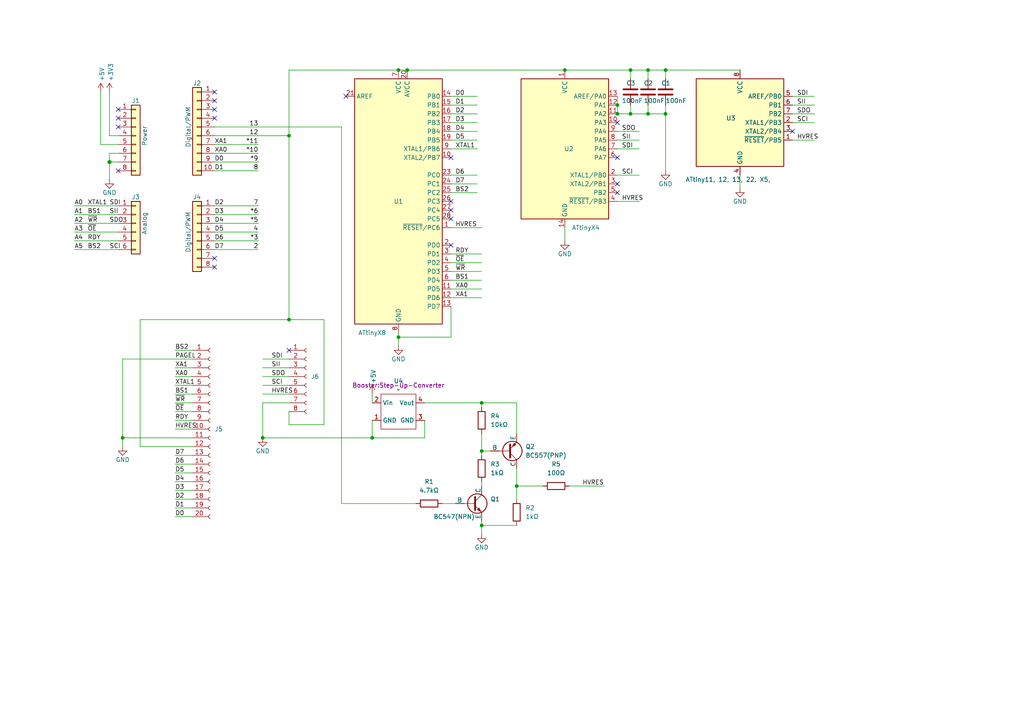
<source format=kicad_sch>
(kicad_sch (version 20231120) (generator "eeschema") (generator_version "8.0")
  (paper "A4")
  (title_block (title "RescueAVR") (date "2024-09-06") (rev "1.1") (company "Arduino Craft Corner"))
  (lib_symbols
    (symbol "Connector:Conn_01x08_Socket" (pin_names (offset 1.016) hide)
      (property "Reference" "J" (at 0 10.16 0))
      (property "Value" "Conn_01x08_Socket" (at 0 -12.7 0))
      (symbol "Conn_01x08_Socket_1_1"
        (arc (start 0 -9.652) (mid -0.5058 -10.16) (end 0 -10.668) (stroke (width 0.1524)))
        (arc (start 0 -7.112) (mid -0.5058 -7.62) (end 0 -8.128) (stroke (width 0.1524)))
        (arc (start 0 -4.572) (mid -0.5058 -5.08) (end 0 -5.588) (stroke (width 0.1524)))
        (arc (start 0 -2.032) (mid -0.5058 -2.54) (end 0 -3.048) (stroke (width 0.1524)))
        (polyline (pts (xy -1.27 -10.16) (xy -0.508 -10.16)) (stroke (width 0.1524)))
        (polyline (pts (xy -1.27 -7.62) (xy -0.508 -7.62)) (stroke (width 0.1524)))
        (polyline (pts (xy -1.27 -5.08) (xy -0.508 -5.08)) (stroke (width 0.1524)))
        (polyline (pts (xy -1.27 -2.54) (xy -0.508 -2.54)) (stroke (width 0.1524)))
        (polyline (pts (xy -1.27 0) (xy -0.508 0)) (stroke (width 0.1524)))
        (polyline (pts (xy -1.27 2.54) (xy -0.508 2.54)) (stroke (width 0.1524)))
        (polyline (pts (xy -1.27 5.08) (xy -0.508 5.08)) (stroke (width 0.1524)))
        (polyline (pts (xy -1.27 7.62) (xy -0.508 7.62)) (stroke (width 0.1524)))
        (arc (start 0 0.508) (mid -0.5058 0) (end 0 -0.508) (stroke (width 0.1524)))
        (arc (start 0 3.048) (mid -0.5058 2.54) (end 0 2.032) (stroke (width 0.1524)))
        (arc (start 0 5.588) (mid -0.5058 5.08) (end 0 4.572) (stroke (width 0.1524)))
        (arc (start 0 8.128) (mid -0.5058 7.62) (end 0 7.112) (stroke (width 0.1524)))
        (pin passive line (at -5.08 7.62 0) (length 3.81) (name "Pin_1") (number "1"))
        (pin passive line (at -5.08 5.08 0) (length 3.81) (name "Pin_2") (number "2"))
        (pin passive line (at -5.08 2.54 0) (length 3.81) (name "Pin_3") (number "3"))
        (pin passive line (at -5.08 0 0) (length 3.81) (name "Pin_4") (number "4"))
        (pin passive line (at -5.08 -2.54 0) (length 3.81) (name "Pin_5") (number "5"))
        (pin passive line (at -5.08 -5.08 0) (length 3.81) (name "Pin_6") (number "6"))
        (pin passive line (at -5.08 -7.62 0) (length 3.81) (name "Pin_7") (number "7"))
        (pin passive line (at -5.08 -10.16 0) (length 3.81) (name "Pin_8") (number "8"))
      )
    )
    (symbol "Connector:Conn_01x20_Socket" (pin_names (offset 1.016) hide)
      (property "Reference" "J" (at 0 25.4 0))
      (property "Value" "Conn_01x20_Socket" (at 0 -27.94 0))
      (symbol "Conn_01x20_Socket_1_1"
        (arc (start 0 -24.892) (mid -0.5058 -25.4) (end 0 -25.908) (stroke (width 0.1524)))
        (arc (start 0 -22.352) (mid -0.5058 -22.86) (end 0 -23.368) (stroke (width 0.1524)))
        (arc (start 0 -19.812) (mid -0.5058 -20.32) (end 0 -20.828) (stroke (width 0.1524)))
        (arc (start 0 -17.272) (mid -0.5058 -17.78) (end 0 -18.288) (stroke (width 0.1524)))
        (arc (start 0 -14.732) (mid -0.5058 -15.24) (end 0 -15.748) (stroke (width 0.1524)))
        (arc (start 0 -12.192) (mid -0.5058 -12.7) (end 0 -13.208) (stroke (width 0.1524)))
        (arc (start 0 -9.652) (mid -0.5058 -10.16) (end 0 -10.668) (stroke (width 0.1524)))
        (arc (start 0 -7.112) (mid -0.5058 -7.62) (end 0 -8.128) (stroke (width 0.1524)))
        (arc (start 0 -4.572) (mid -0.5058 -5.08) (end 0 -5.588) (stroke (width 0.1524)))
        (arc (start 0 -2.032) (mid -0.5058 -2.54) (end 0 -3.048) (stroke (width 0.1524)))
        (polyline (pts (xy -1.27 -25.4) (xy -0.508 -25.4)) (stroke (width 0.1524)))
        (polyline (pts (xy -1.27 -22.86) (xy -0.508 -22.86)) (stroke (width 0.1524)))
        (polyline (pts (xy -1.27 -20.32) (xy -0.508 -20.32)) (stroke (width 0.1524)))
        (polyline (pts (xy -1.27 -17.78) (xy -0.508 -17.78)) (stroke (width 0.1524)))
        (polyline (pts (xy -1.27 -15.24) (xy -0.508 -15.24)) (stroke (width 0.1524)))
        (polyline (pts (xy -1.27 -12.7) (xy -0.508 -12.7)) (stroke (width 0.1524)))
        (polyline (pts (xy -1.27 -10.16) (xy -0.508 -10.16)) (stroke (width 0.1524)))
        (polyline (pts (xy -1.27 -7.62) (xy -0.508 -7.62)) (stroke (width 0.1524)))
        (polyline (pts (xy -1.27 -5.08) (xy -0.508 -5.08)) (stroke (width 0.1524)))
        (polyline (pts (xy -1.27 -2.54) (xy -0.508 -2.54)) (stroke (width 0.1524)))
        (polyline (pts (xy -1.27 0) (xy -0.508 0)) (stroke (width 0.1524)))
        (polyline (pts (xy -1.27 2.54) (xy -0.508 2.54)) (stroke (width 0.1524)))
        (polyline (pts (xy -1.27 5.08) (xy -0.508 5.08)) (stroke (width 0.1524)))
        (polyline (pts (xy -1.27 7.62) (xy -0.508 7.62)) (stroke (width 0.1524)))
        (polyline (pts (xy -1.27 10.16) (xy -0.508 10.16)) (stroke (width 0.1524)))
        (polyline (pts (xy -1.27 12.7) (xy -0.508 12.7)) (stroke (width 0.1524)))
        (polyline (pts (xy -1.27 15.24) (xy -0.508 15.24)) (stroke (width 0.1524)))
        (polyline (pts (xy -1.27 17.78) (xy -0.508 17.78)) (stroke (width 0.1524)))
        (polyline (pts (xy -1.27 20.32) (xy -0.508 20.32)) (stroke (width 0.1524)))
        (polyline (pts (xy -1.27 22.86) (xy -0.508 22.86)) (stroke (width 0.1524)))
        (arc (start 0 0.508) (mid -0.5058 0) (end 0 -0.508) (stroke (width 0.1524)))
        (arc (start 0 3.048) (mid -0.5058 2.54) (end 0 2.032) (stroke (width 0.1524)))
        (arc (start 0 5.588) (mid -0.5058 5.08) (end 0 4.572) (stroke (width 0.1524)))
        (arc (start 0 8.128) (mid -0.5058 7.62) (end 0 7.112) (stroke (width 0.1524)))
        (arc (start 0 10.668) (mid -0.5058 10.16) (end 0 9.652) (stroke (width 0.1524)))
        (arc (start 0 13.208) (mid -0.5058 12.7) (end 0 12.192) (stroke (width 0.1524)))
        (arc (start 0 15.748) (mid -0.5058 15.24) (end 0 14.732) (stroke (width 0.1524)))
        (arc (start 0 18.288) (mid -0.5058 17.78) (end 0 17.272) (stroke (width 0.1524)))
        (arc (start 0 20.828) (mid -0.5058 20.32) (end 0 19.812) (stroke (width 0.1524)))
        (arc (start 0 23.368) (mid -0.5058 22.86) (end 0 22.352) (stroke (width 0.1524)))
        (pin passive line (at -5.08 22.86 0) (length 3.81) (name "Pin_1") (number "1"))
        (pin passive line (at -5.08 0 0) (length 3.81) (name "Pin_10") (number "10"))
        (pin passive line (at -5.08 -2.54 0) (length 3.81) (name "Pin_11") (number "11"))
        (pin passive line (at -5.08 -5.08 0) (length 3.81) (name "Pin_12") (number "12"))
        (pin passive line (at -5.08 -7.62 0) (length 3.81) (name "Pin_13") (number "13"))
        (pin passive line (at -5.08 -10.16 0) (length 3.81) (name "Pin_14") (number "14"))
        (pin passive line (at -5.08 -12.7 0) (length 3.81) (name "Pin_15") (number "15"))
        (pin passive line (at -5.08 -15.24 0) (length 3.81) (name "Pin_16") (number "16"))
        (pin passive line (at -5.08 -17.78 0) (length 3.81) (name "Pin_17") (number "17"))
        (pin passive line (at -5.08 -20.32 0) (length 3.81) (name "Pin_18") (number "18"))
        (pin passive line (at -5.08 -22.86 0) (length 3.81) (name "Pin_19") (number "19"))
        (pin passive line (at -5.08 20.32 0) (length 3.81) (name "Pin_2") (number "2"))
        (pin passive line (at -5.08 -25.4 0) (length 3.81) (name "Pin_20") (number "20"))
        (pin passive line (at -5.08 17.78 0) (length 3.81) (name "Pin_3") (number "3"))
        (pin passive line (at -5.08 15.24 0) (length 3.81) (name "Pin_4") (number "4"))
        (pin passive line (at -5.08 12.7 0) (length 3.81) (name "Pin_5") (number "5"))
        (pin passive line (at -5.08 10.16 0) (length 3.81) (name "Pin_6") (number "6"))
        (pin passive line (at -5.08 7.62 0) (length 3.81) (name "Pin_7") (number "7"))
        (pin passive line (at -5.08 5.08 0) (length 3.81) (name "Pin_8") (number "8"))
        (pin passive line (at -5.08 2.54 0) (length 3.81) (name "Pin_9") (number "9"))
      )
    )
    (symbol "Connector_Generic:Conn_01x06" (pin_names (offset 1.016) hide)
      (property "Reference" "J" (at 0 7.62 0))
      (property "Value" "Conn_01x06" (at 0 -10.16 0))
      (symbol "Conn_01x06_1_1"
        (rectangle (start -1.27 -7.493) (end 0 -7.747) (stroke (width 0.1524)))
        (rectangle (start -1.27 -4.953) (end 0 -5.207) (stroke (width 0.1524)))
        (rectangle (start -1.27 -2.413) (end 0 -2.667) (stroke (width 0.1524)))
        (rectangle (start -1.27 0.127) (end 0 -0.127) (stroke (width 0.1524)))
        (rectangle (start -1.27 2.667) (end 0 2.413) (stroke (width 0.1524)))
        (rectangle (start -1.27 5.207) (end 0 4.953) (stroke (width 0.1524)))
        (rectangle (start -1.27 6.35) (end 1.27 -8.89) (stroke (width 0.254)) (fill (type background)))
        (pin passive line (at -5.08 5.08 0) (length 3.81) (name "Pin_1") (number "1"))
        (pin passive line (at -5.08 2.54 0) (length 3.81) (name "Pin_2") (number "2"))
        (pin passive line (at -5.08 0 0) (length 3.81) (name "Pin_3") (number "3"))
        (pin passive line (at -5.08 -2.54 0) (length 3.81) (name "Pin_4") (number "4"))
        (pin passive line (at -5.08 -5.08 0) (length 3.81) (name "Pin_5") (number "5"))
        (pin passive line (at -5.08 -7.62 0) (length 3.81) (name "Pin_6") (number "6"))
      )
    )
    (symbol "Connector_Generic:Conn_01x08" (pin_names (offset 1.016) hide)
      (property "Reference" "J" (at 0 10.16 0))
      (property "Value" "Conn_01x08" (at 0 -12.7 0))
      (symbol "Conn_01x08_1_1"
        (rectangle (start -1.27 -10.033) (end 0 -10.287) (stroke (width 0.1524)))
        (rectangle (start -1.27 -7.493) (end 0 -7.747) (stroke (width 0.1524)))
        (rectangle (start -1.27 -4.953) (end 0 -5.207) (stroke (width 0.1524)))
        (rectangle (start -1.27 -2.413) (end 0 -2.667) (stroke (width 0.1524)))
        (rectangle (start -1.27 0.127) (end 0 -0.127) (stroke (width 0.1524)))
        (rectangle (start -1.27 2.667) (end 0 2.413) (stroke (width 0.1524)))
        (rectangle (start -1.27 5.207) (end 0 4.953) (stroke (width 0.1524)))
        (rectangle (start -1.27 7.747) (end 0 7.493) (stroke (width 0.1524)))
        (rectangle (start -1.27 8.89) (end 1.27 -11.43) (stroke (width 0.254)) (fill (type background)))
        (pin passive line (at -5.08 7.62 0) (length 3.81) (name "Pin_1") (number "1"))
        (pin passive line (at -5.08 5.08 0) (length 3.81) (name "Pin_2") (number "2"))
        (pin passive line (at -5.08 2.54 0) (length 3.81) (name "Pin_3") (number "3"))
        (pin passive line (at -5.08 0 0) (length 3.81) (name "Pin_4") (number "4"))
        (pin passive line (at -5.08 -2.54 0) (length 3.81) (name "Pin_5") (number "5"))
        (pin passive line (at -5.08 -5.08 0) (length 3.81) (name "Pin_6") (number "6"))
        (pin passive line (at -5.08 -7.62 0) (length 3.81) (name "Pin_7") (number "7"))
        (pin passive line (at -5.08 -10.16 0) (length 3.81) (name "Pin_8") (number "8"))
      )
    )
    (symbol "Connector_Generic:Conn_01x10" (pin_names (offset 1.016) hide)
      (property "Reference" "J" (at 0 12.7 0))
      (property "Value" "Conn_01x10" (at 0 -15.24 0))
      (symbol "Conn_01x10_1_1"
        (rectangle (start -1.27 -12.573) (end 0 -12.827) (stroke (width 0.1524)))
        (rectangle (start -1.27 -10.033) (end 0 -10.287) (stroke (width 0.1524)))
        (rectangle (start -1.27 -7.493) (end 0 -7.747) (stroke (width 0.1524)))
        (rectangle (start -1.27 -4.953) (end 0 -5.207) (stroke (width 0.1524)))
        (rectangle (start -1.27 -2.413) (end 0 -2.667) (stroke (width 0.1524)))
        (rectangle (start -1.27 0.127) (end 0 -0.127) (stroke (width 0.1524)))
        (rectangle (start -1.27 2.667) (end 0 2.413) (stroke (width 0.1524)))
        (rectangle (start -1.27 5.207) (end 0 4.953) (stroke (width 0.1524)))
        (rectangle (start -1.27 7.747) (end 0 7.493) (stroke (width 0.1524)))
        (rectangle (start -1.27 10.287) (end 0 10.033) (stroke (width 0.1524)))
        (rectangle (start -1.27 11.43) (end 1.27 -13.97) (stroke (width 0.254)) (fill (type background)))
        (pin passive line (at -5.08 10.16 0) (length 3.81) (name "Pin_1") (number "1"))
        (pin passive line (at -5.08 -12.7 0) (length 3.81) (name "Pin_10") (number "10"))
        (pin passive line (at -5.08 7.62 0) (length 3.81) (name "Pin_2") (number "2"))
        (pin passive line (at -5.08 5.08 0) (length 3.81) (name "Pin_3") (number "3"))
        (pin passive line (at -5.08 2.54 0) (length 3.81) (name "Pin_4") (number "4"))
        (pin passive line (at -5.08 0 0) (length 3.81) (name "Pin_5") (number "5"))
        (pin passive line (at -5.08 -2.54 0) (length 3.81) (name "Pin_6") (number "6"))
        (pin passive line (at -5.08 -5.08 0) (length 3.81) (name "Pin_7") (number "7"))
        (pin passive line (at -5.08 -7.62 0) (length 3.81) (name "Pin_8") (number "8"))
        (pin passive line (at -5.08 -10.16 0) (length 3.81) (name "Pin_9") (number "9"))
      )
    )
    (symbol "Device:C" (pin_numbers hide) (pin_names (offset 0.254))
      (property "Reference" "C" (at 0.635 2.54 0))
      (property "Value" "C" (at 0.635 -2.54 0))
      (symbol "C_0_1"
        (polyline (pts (xy -2.032 -0.762) (xy 2.032 -0.762)) (stroke (width 0.508)))
        (polyline (pts (xy -2.032 0.762) (xy 2.032 0.762)) (stroke (width 0.508)))
      )
      (symbol "C_1_1"
        (pin passive line (at 0 3.81 270) (length 2.794) (name "~") (number "1"))
        (pin passive line (at 0 -3.81 90) (length 2.794) (name "~") (number "2"))
      )
    )
    (symbol "Device:R" (pin_numbers hide) (pin_names (offset 0))
      (property "Reference" "R" (at 2.032 0 90))
      (property "Value" "R" (at 0 0 90))
      (symbol "R_0_1"
        (rectangle (start -1.016 -2.54) (end 1.016 2.54) (stroke (width 0.254)))
      )
      (symbol "R_1_1"
        (pin passive line (at 0 3.81 270) (length 1.27) (name "~") (number "1"))
        (pin passive line (at 0 -3.81 90) (length 1.27) (name "~") (number "2"))
      )
    )
    (symbol "MCU_Microchip_ATmega:ATmega328-P"
      (property "Reference" "U" (at -12.7 36.83 0))
      (property "Value" "ATmega328-P" (at 2.54 -36.83 0))
      (symbol "ATmega328-P_0_1"
        (rectangle (start -12.7 -35.56) (end 12.7 35.56) (stroke (width 0.254)) (fill (type background)))
      )
      (symbol "ATmega328-P_1_1"
        (pin bidirectional line (at 15.24 -7.62 180) (length 2.54) (name "~{RESET}/PC6") (number "1"))
        (pin bidirectional line (at 15.24 12.7 180) (length 2.54) (name "XTAL2/PB7") (number "10"))
        (pin bidirectional line (at 15.24 -25.4 180) (length 2.54) (name "PD5") (number "11"))
        (pin bidirectional line (at 15.24 -27.94 180) (length 2.54) (name "PD6") (number "12"))
        (pin bidirectional line (at 15.24 -30.48 180) (length 2.54) (name "PD7") (number "13"))
        (pin bidirectional line (at 15.24 30.48 180) (length 2.54) (name "PB0") (number "14"))
        (pin bidirectional line (at 15.24 27.94 180) (length 2.54) (name "PB1") (number "15"))
        (pin bidirectional line (at 15.24 25.4 180) (length 2.54) (name "PB2") (number "16"))
        (pin bidirectional line (at 15.24 22.86 180) (length 2.54) (name "PB3") (number "17"))
        (pin bidirectional line (at 15.24 20.32 180) (length 2.54) (name "PB4") (number "18"))
        (pin bidirectional line (at 15.24 17.78 180) (length 2.54) (name "PB5") (number "19"))
        (pin bidirectional line (at 15.24 -12.7 180) (length 2.54) (name "PD0") (number "2"))
        (pin power_in line (at 2.54 38.1 270) (length 2.54) (name "AVCC") (number "20"))
        (pin passive line (at -15.24 30.48 0) (length 2.54) (name "AREF") (number "21"))
        (pin passive line (at 0 -38.1 90) (length 2.54) hide (name "GND") (number "22"))
        (pin bidirectional line (at 15.24 7.62 180) (length 2.54) (name "PC0") (number "23"))
        (pin bidirectional line (at 15.24 5.08 180) (length 2.54) (name "PC1") (number "24"))
        (pin bidirectional line (at 15.24 2.54 180) (length 2.54) (name "PC2") (number "25"))
        (pin bidirectional line (at 15.24 0 180) (length 2.54) (name "PC3") (number "26"))
        (pin bidirectional line (at 15.24 -2.54 180) (length 2.54) (name "PC4") (number "27"))
        (pin bidirectional line (at 15.24 -5.08 180) (length 2.54) (name "PC5") (number "28"))
        (pin bidirectional line (at 15.24 -15.24 180) (length 2.54) (name "PD1") (number "3"))
        (pin bidirectional line (at 15.24 -17.78 180) (length 2.54) (name "PD2") (number "4"))
        (pin bidirectional line (at 15.24 -20.32 180) (length 2.54) (name "PD3") (number "5"))
        (pin bidirectional line (at 15.24 -22.86 180) (length 2.54) (name "PD4") (number "6"))
        (pin power_in line (at 0 38.1 270) (length 2.54) (name "VCC") (number "7"))
        (pin power_in line (at 0 -38.1 90) (length 2.54) (name "GND") (number "8"))
        (pin bidirectional line (at 15.24 15.24 180) (length 2.54) (name "XTAL1/PB6") (number "9"))
      )
    )
    (symbol "MCU_Microchip_ATtiny:ATtiny84-20P"
      (property "Reference" "U" (at -12.7 21.59 0))
      (property "Value" "ATtiny84-20P" (at 2.54 -21.59 0))
      (symbol "ATtiny84-20P_0_1"
        (rectangle (start -12.7 -20.32) (end 12.7 20.32) (stroke (width 0.254)) (fill (type background)))
      )
      (symbol "ATtiny84-20P_1_1"
        (pin power_in line (at 0 22.86 270) (length 2.54) (name "VCC") (number "1"))
        (pin bidirectional line (at 15.24 7.62 180) (length 2.54) (name "PA3") (number "10"))
        (pin bidirectional line (at 15.24 10.16 180) (length 2.54) (name "PA2") (number "11"))
        (pin bidirectional line (at 15.24 12.7 180) (length 2.54) (name "PA1") (number "12"))
        (pin bidirectional line (at 15.24 15.24 180) (length 2.54) (name "AREF/PA0") (number "13"))
        (pin power_in line (at 0 -22.86 90) (length 2.54) (name "GND") (number "14"))
        (pin bidirectional line (at 15.24 -7.62 180) (length 2.54) (name "XTAL1/PB0") (number "2"))
        (pin bidirectional line (at 15.24 -10.16 180) (length 2.54) (name "XTAL2/PB1") (number "3"))
        (pin bidirectional line (at 15.24 -15.24 180) (length 2.54) (name "~{RESET}/PB3") (number "4"))
        (pin bidirectional line (at 15.24 -12.7 180) (length 2.54) (name "PB2") (number "5"))
        (pin bidirectional line (at 15.24 -2.54 180) (length 2.54) (name "PA7") (number "6"))
        (pin bidirectional line (at 15.24 0 180) (length 2.54) (name "PA6") (number "7"))
        (pin bidirectional line (at 15.24 2.54 180) (length 2.54) (name "PA5") (number "8"))
        (pin bidirectional line (at 15.24 5.08 180) (length 2.54) (name "PA4") (number "9"))
      )
    )
    (symbol "MCU_Microchip_ATtiny:ATtiny85-20P"
      (property "Reference" "U" (at -12.7 13.97 0))
      (property "Value" "ATtiny85-20P" (at 2.54 -13.97 0))
      (symbol "ATtiny85-20P_0_1"
        (rectangle (start -12.7 -12.7) (end 12.7 12.7) (stroke (width 0.254)) (fill (type background)))
      )
      (symbol "ATtiny85-20P_1_1"
        (pin bidirectional line (at 15.24 -5.08 180) (length 2.54) (name "~{RESET}/PB5") (number "1"))
        (pin bidirectional line (at 15.24 0 180) (length 2.54) (name "XTAL1/PB3") (number "2"))
        (pin bidirectional line (at 15.24 -2.54 180) (length 2.54) (name "XTAL2/PB4") (number "3"))
        (pin power_in line (at 0 -15.24 90) (length 2.54) (name "GND") (number "4"))
        (pin bidirectional line (at 15.24 7.62 180) (length 2.54) (name "AREF/PB0") (number "5"))
        (pin bidirectional line (at 15.24 5.08 180) (length 2.54) (name "PB1") (number "6"))
        (pin bidirectional line (at 15.24 2.54 180) (length 2.54) (name "PB2") (number "7"))
        (pin power_in line (at 0 15.24 270) (length 2.54) (name "VCC") (number "8"))
      )
    )
    (symbol "Simulation_SPICE:NPN" (pin_numbers hide) (pin_names (offset 0))
      (property "Reference" "Q" (at -2.54 7.62 0))
      (property "Value" "NPN" (at -2.54 5.08 0))
      (symbol "NPN_0_1"
        (polyline (pts (xy -2.54 0) (xy 0.635 0)) (stroke (width 0.1524)))
        (polyline (pts (xy 0.635 0.635) (xy 2.54 2.54)))
        (polyline (pts (xy 2.794 -1.27) (xy 2.794 -1.27)) (stroke (width 0.1524)))
        (polyline (pts (xy 2.794 -1.27) (xy 2.794 -1.27)) (stroke (width 0.1524)))
        (polyline (pts (xy 0.635 -0.635) (xy 2.54 -2.54) (xy 2.54 -2.54)))
        (polyline (pts (xy 0.635 1.905) (xy 0.635 -1.905) (xy 0.635 -1.905)) (stroke (width 0.508)))
        (polyline (pts (xy 1.27 -1.778) (xy 1.778 -1.27) (xy 2.286 -2.286) (xy 1.27 -1.778) (xy 1.27 -1.778)) (fill (type outline)))
        (circle (center 1.27 0) (radius 2.8194) (stroke (width 0.254)))
      )
      (symbol "NPN_1_1"
        (pin open_collector line (at 2.54 5.08 270) (length 2.54) (name "C") (number "1"))
        (pin input line (at -5.08 0 0) (length 2.54) (name "B") (number "2"))
        (pin open_emitter line (at 2.54 -5.08 90) (length 2.54) (name "E") (number "3"))
      )
    )
    (symbol "Simulation_SPICE:PNP" (pin_numbers hide) (pin_names (offset 0))
      (property "Reference" "Q" (at -2.54 7.62 0))
      (property "Value" "PNP" (at -2.54 5.08 0))
      (symbol "PNP_0_1"
        (polyline (pts (xy -2.54 0) (xy 0.635 0)) (stroke (width 0.1524)))
        (polyline (pts (xy 0.635 0.635) (xy 2.54 2.54)))
        (polyline (pts (xy 0.635 -0.635) (xy 2.54 -2.54) (xy 2.54 -2.54)))
        (polyline (pts (xy 0.635 1.905) (xy 0.635 -1.905) (xy 0.635 -1.905)) (stroke (width 0.508)))
        (polyline (pts (xy 2.286 -1.778) (xy 1.778 -2.286) (xy 1.27 -1.27) (xy 2.286 -1.778) (xy 2.286 -1.778)) (fill (type outline)))
        (circle (center 1.27 0) (radius 2.8194) (stroke (width 0.254)))
      )
      (symbol "PNP_1_1"
        (pin open_collector line (at 2.54 5.08 270) (length 2.54) (name "C") (number "1"))
        (pin input line (at -5.08 0 0) (length 2.54) (name "B") (number "2"))
        (pin open_emitter line (at 2.54 -5.08 90) (length 2.54) (name "E") (number "3"))
      )
    )
    (symbol "Step-Up-Converter:Boost-Converter"
      (property "Reference" "U" (at 0 0 0))
      (symbol "Boost-Converter_0_1"
        (rectangle (start -5.08 -2.54) (end 5.08 -12.7))
      )
      (symbol "Boost-Converter_1_1"
        (pin passive line (at -7.62 -10.16 0) (length 2.54) (name "GND") (number "1"))
        (pin passive line (at -7.62 -5.08 0) (length 2.54) (name "Vin") (number "2"))
        (pin passive line (at 7.62 -10.16 180) (length 2.54) (name "GND") (number "3"))
        (pin passive line (at 7.62 -5.08 180) (length 2.54) (name "Vout") (number "4"))
      )
    )
    (symbol "power:+3V3" (power) (pin_names (offset 0))
      (property "Value" "+3V3" (at 0 3.556 0))
      (symbol "+3V3_0_1"
        (polyline (pts (xy -0.762 1.27) (xy 0 2.54)))
        (polyline (pts (xy 0 0) (xy 0 2.54)))
        (polyline (pts (xy 0 2.54) (xy 0.762 1.27)))
      )
      (symbol "+3V3_1_1"
        (pin power_in line (at 0 0 90) (length 0) hide (name "+3V3") (number "1"))
      )
    )
    (symbol "power:+5V" (power) (pin_names (offset 0))
      (property "Value" "+5V" (at 0 3.556 0))
      (symbol "+5V_0_1"
        (polyline (pts (xy -0.762 1.27) (xy 0 2.54)))
        (polyline (pts (xy 0 0) (xy 0 2.54)))
        (polyline (pts (xy 0 2.54) (xy 0.762 1.27)))
      )
      (symbol "+5V_1_1"
        (pin power_in line (at 0 0 90) (length 0) hide (name "+5V") (number "1"))
      )
    )
    (symbol "power:GND" (power) (pin_names (offset 0))
      (property "Value" "GND" (at 0 -3.81 0))
      (symbol "GND_0_1"
        (polyline (pts (xy 0 0) (xy 0 -1.27) (xy 1.27 -1.27) (xy 0 -2.54) (xy -1.27 -1.27) (xy 0 -1.27)))
      )
      (symbol "GND_1_1"
        (pin power_in line (at 0 0 270) (length 0) hide (name "GND") (number "1"))
      )
    )
  )
  (junction (at 179.07 30.48))
  (junction (at 83.82 39.37))
  (junction (at 193.04 20.32))
  (junction (at 118.11 20.32))
  (junction (at 83.82 92.71))
  (junction (at 31.75 46.99) (diameter 1.016))
  (junction (at 149.86 140.97))
  (junction (at 182.88 20.32))
  (junction (at 182.88 33.02))
  (junction (at 187.96 20.32))
  (junction (at 193.04 33.02))
  (junction (at 139.7 130.81))
  (junction (at 139.7 152.4))
  (junction (at 76.2 127))
  (junction (at 115.57 20.32))
  (junction (at 179.07 33.02))
  (junction (at 139.7 116.84))
  (junction (at 115.57 97.79))
  (junction (at 187.96 33.02))
  (junction (at 35.56 127))
  (junction (at 163.83 20.32))
  (junction (at 107.95 127))
  (no_connect (at 229.87 38.1))
  (no_connect (at 130.81 58.42))
  (no_connect (at 83.82 101.6))
  (no_connect (at 179.07 45.72))
  (no_connect (at 34.29 34.29))
  (no_connect (at 34.29 36.83))
  (no_connect (at 179.07 55.88))
  (no_connect (at 130.81 63.5))
  (no_connect (at 62.23 31.75))
  (no_connect (at 62.23 77.47))
  (no_connect (at 130.81 60.96))
  (no_connect (at 34.29 49.53))
  (no_connect (at 130.81 45.72))
  (no_connect (at 179.07 53.34))
  (no_connect (at 62.23 26.67))
  (no_connect (at 62.23 29.21))
  (no_connect (at 100.33 27.94))
  (no_connect (at 130.81 71.12))
  (no_connect (at 179.07 35.56))
  (no_connect (at 62.23 74.93))
  (no_connect (at 34.29 31.75))
  (no_connect (at 62.23 34.29))
  (wire (pts (xy 229.87 27.94) (xy 236.22 27.94)))
  (wire (pts (xy 179.07 43.18) (xy 185.42 43.18)))
  (wire (pts (xy 182.88 30.48) (xy 182.88 33.02)))
  (wire (pts (xy 182.88 20.32) (xy 182.88 22.86)))
  (wire (pts (xy 62.23 44.45) (xy 74.93 44.45)))
  (wire (pts (xy 50.8 134.62) (xy 55.88 134.62)))
  (wire (pts (xy 130.81 30.48) (xy 138.43 30.48)))
  (wire (pts (xy 149.86 140.97) (xy 157.48 140.97)))
  (wire (pts (xy 130.81 33.02) (xy 138.43 33.02)))
  (wire (pts (xy 93.98 123.19) (xy 93.98 92.71)))
  (wire (pts (xy 130.81 73.66) (xy 139.7 73.66)))
  (wire (pts (xy 50.8 139.7) (xy 55.88 139.7)))
  (wire (pts (xy 76.2 111.76) (xy 83.82 111.76)))
  (wire (pts (xy 179.07 58.42) (xy 185.42 58.42)))
  (wire (pts (xy 50.8 114.3) (xy 55.88 114.3)))
  (wire (pts (xy 31.75 44.45) (xy 31.75 46.99)))
  (wire (pts (xy 149.86 135.89) (xy 149.86 140.97)))
  (wire (pts (xy 139.7 152.4) (xy 139.7 154.94)))
  (wire (pts (xy 99.06 146.05) (xy 120.65 146.05)))
  (wire (pts (xy 21.59 72.39) (xy 34.29 72.39)))
  (wire (pts (xy 193.04 20.32) (xy 193.04 22.86)))
  (wire (pts (xy 76.2 116.84) (xy 76.2 127)))
  (wire (pts (xy 187.96 20.32) (xy 187.96 22.86)))
  (wire (pts (xy 40.64 129.54) (xy 55.88 129.54)))
  (wire (pts (xy 31.75 46.99) (xy 31.75 52.07)))
  (wire (pts (xy 139.7 130.81) (xy 139.7 132.08)))
  (wire (pts (xy 50.8 132.08) (xy 55.88 132.08)))
  (wire (pts (xy 130.81 35.56) (xy 138.43 35.56)))
  (wire (pts (xy 76.2 109.22) (xy 83.82 109.22)))
  (wire (pts (xy 130.81 83.82) (xy 139.7 83.82)))
  (wire (pts (xy 31.75 39.37) (xy 34.29 39.37)))
  (wire (pts (xy 29.21 41.91) (xy 34.29 41.91)))
  (wire (pts (xy 229.87 40.64) (xy 236.22 40.64)))
  (wire (pts (xy 29.21 26.67) (xy 29.21 41.91)))
  (wire (pts (xy 187.96 30.48) (xy 187.96 33.02)))
  (wire (pts (xy 115.57 96.52) (xy 115.57 97.79)))
  (wire (pts (xy 182.88 20.32) (xy 187.96 20.32)))
  (wire (pts (xy 139.7 152.4) (xy 149.86 152.4)))
  (wire (pts (xy 139.7 116.84) (xy 139.7 118.11)))
  (wire (pts (xy 35.56 127) (xy 35.56 129.54)))
  (wire (pts (xy 130.81 38.1) (xy 138.43 38.1)))
  (wire (pts (xy 31.75 26.67) (xy 31.75 39.37)))
  (wire (pts (xy 62.23 59.69) (xy 74.93 59.69)))
  (wire (pts (xy 83.82 119.38) (xy 83.82 123.19)))
  (wire (pts (xy 34.29 59.69) (xy 21.59 59.69)))
  (wire (pts (xy 229.87 33.02) (xy 236.22 33.02)))
  (wire (pts (xy 107.95 116.84) (xy 107.95 114.3)))
  (wire (pts (xy 107.95 121.92) (xy 107.95 127)))
  (wire (pts (xy 62.23 39.37) (xy 83.82 39.37)))
  (wire (pts (xy 50.8 106.68) (xy 55.88 106.68)))
  (wire (pts (xy 62.23 62.23) (xy 74.93 62.23)))
  (wire (pts (xy 99.06 36.83) (xy 99.06 146.05)))
  (wire (pts (xy 193.04 30.48) (xy 193.04 33.02)))
  (wire (pts (xy 193.04 20.32) (xy 214.63 20.32)))
  (wire (pts (xy 50.8 121.92) (xy 55.88 121.92)))
  (wire (pts (xy 130.81 66.04) (xy 139.7 66.04)))
  (wire (pts (xy 214.63 50.8) (xy 214.63 54.61)))
  (wire (pts (xy 165.1 140.97) (xy 175.26 140.97)))
  (wire (pts (xy 193.04 33.02) (xy 193.04 49.53)))
  (wire (pts (xy 123.19 121.92) (xy 123.19 127)))
  (wire (pts (xy 83.82 39.37) (xy 83.82 92.71)))
  (wire (pts (xy 62.23 46.99) (xy 74.93 46.99)))
  (wire (pts (xy 229.87 30.48) (xy 236.22 30.48)))
  (wire (pts (xy 62.23 67.31) (xy 74.93 67.31)))
  (wire (pts (xy 55.88 127) (xy 35.56 127)))
  (wire (pts (xy 149.86 125.73) (xy 149.86 116.84)))
  (wire (pts (xy 187.96 20.32) (xy 193.04 20.32)))
  (wire (pts (xy 130.81 76.2) (xy 139.7 76.2)))
  (wire (pts (xy 40.64 92.71) (xy 40.64 129.54)))
  (wire (pts (xy 50.8 137.16) (xy 55.88 137.16)))
  (wire (pts (xy 149.86 140.97) (xy 149.86 144.78)))
  (wire (pts (xy 179.07 33.02) (xy 182.88 33.02)))
  (wire (pts (xy 179.07 40.64) (xy 185.42 40.64)))
  (wire (pts (xy 139.7 130.81) (xy 142.24 130.81)))
  (wire (pts (xy 139.7 125.73) (xy 139.7 130.81)))
  (wire (pts (xy 50.8 109.22) (xy 55.88 109.22)))
  (wire (pts (xy 62.23 36.83) (xy 99.06 36.83)))
  (wire (pts (xy 50.8 144.78) (xy 55.88 144.78)))
  (wire (pts (xy 130.81 81.28) (xy 139.7 81.28)))
  (wire (pts (xy 76.2 116.84) (xy 83.82 116.84)))
  (wire (pts (xy 115.57 97.79) (xy 130.81 97.79)))
  (wire (pts (xy 50.8 119.38) (xy 55.88 119.38)))
  (wire (pts (xy 34.29 46.99) (xy 31.75 46.99)))
  (wire (pts (xy 35.56 104.14) (xy 55.88 104.14)))
  (wire (pts (xy 130.81 43.18) (xy 138.43 43.18)))
  (wire (pts (xy 50.8 111.76) (xy 55.88 111.76)))
  (wire (pts (xy 130.81 50.8) (xy 138.43 50.8)))
  (wire (pts (xy 76.2 104.14) (xy 83.82 104.14)))
  (wire (pts (xy 139.7 139.7) (xy 139.7 140.97)))
  (wire (pts (xy 107.95 127) (xy 76.2 127)))
  (wire (pts (xy 118.11 20.32) (xy 163.83 20.32)))
  (wire (pts (xy 50.8 101.6) (xy 55.88 101.6)))
  (wire (pts (xy 115.57 97.79) (xy 115.57 100.33)))
  (wire (pts (xy 50.8 147.32) (xy 55.88 147.32)))
  (wire (pts (xy 50.8 124.46) (xy 55.88 124.46)))
  (wire (pts (xy 179.07 30.48) (xy 179.07 33.02)))
  (wire (pts (xy 21.59 62.23) (xy 34.29 62.23)))
  (wire (pts (xy 83.82 39.37) (xy 83.82 20.32)))
  (wire (pts (xy 179.07 27.94) (xy 179.07 30.48)))
  (wire (pts (xy 182.88 33.02) (xy 187.96 33.02)))
  (wire (pts (xy 130.81 40.64) (xy 138.43 40.64)))
  (wire (pts (xy 187.96 33.02) (xy 193.04 33.02)))
  (wire (pts (xy 128.27 146.05) (xy 132.08 146.05)))
  (wire (pts (xy 76.2 114.3) (xy 83.82 114.3)))
  (wire (pts (xy 93.98 92.71) (xy 83.82 92.71)))
  (wire (pts (xy 130.81 88.9) (xy 130.81 97.79)))
  (wire (pts (xy 21.59 64.77) (xy 34.29 64.77)))
  (wire (pts (xy 130.81 55.88) (xy 138.43 55.88)))
  (wire (pts (xy 76.2 106.68) (xy 83.82 106.68)))
  (wire (pts (xy 179.07 50.8) (xy 185.42 50.8)))
  (wire (pts (xy 179.07 38.1) (xy 185.42 38.1)))
  (wire (pts (xy 139.7 151.13) (xy 139.7 152.4)))
  (wire (pts (xy 34.29 44.45) (xy 31.75 44.45)))
  (wire (pts (xy 149.86 116.84) (xy 139.7 116.84)))
  (wire (pts (xy 35.56 104.14) (xy 35.56 127)))
  (wire (pts (xy 62.23 41.91) (xy 74.93 41.91)))
  (wire (pts (xy 50.8 149.86) (xy 55.88 149.86)))
  (wire (pts (xy 115.57 20.32) (xy 118.11 20.32)))
  (wire (pts (xy 62.23 64.77) (xy 74.93 64.77)))
  (wire (pts (xy 130.81 27.94) (xy 138.43 27.94)))
  (wire (pts (xy 21.59 67.31) (xy 34.29 67.31)))
  (wire (pts (xy 50.8 142.24) (xy 55.88 142.24)))
  (wire (pts (xy 163.83 20.32) (xy 182.88 20.32)))
  (wire (pts (xy 130.81 78.74) (xy 139.7 78.74)))
  (wire (pts (xy 83.82 20.32) (xy 115.57 20.32)))
  (wire (pts (xy 163.83 66.04) (xy 163.83 69.85)))
  (wire (pts (xy 107.95 127) (xy 123.19 127)))
  (wire (pts (xy 229.87 35.56) (xy 236.22 35.56)))
  (wire (pts (xy 130.81 53.34) (xy 138.43 53.34)))
  (wire (pts (xy 62.23 72.39) (xy 74.93 72.39)))
  (wire (pts (xy 62.23 69.85) (xy 74.93 69.85)))
  (wire (pts (xy 50.8 116.84) (xy 55.88 116.84)))
  (wire (pts (xy 123.19 116.84) (xy 139.7 116.84)))
  (wire (pts (xy 83.82 92.71) (xy 40.64 92.71)))
  (wire (pts (xy 83.82 123.19) (xy 93.98 123.19)))
  (wire (pts (xy 130.81 86.36) (xy 139.7 86.36)))
  (wire (pts (xy 34.29 69.85) (xy 21.59 69.85)))
  (wire (pts (xy 62.23 49.53) (xy 74.93 49.53)))
  (label "D4" (at 132.08 38.1 0))
  (label "SCI" (at 231.14 35.56 0))
  (label "BS2" (at 25.4 72.39 0))
  (label "A2" (at 21.59 64.77 0))
  (label "~{OE}" (at 25.4 67.31 0))
  (label "D4" (at 62.23 64.77 0))
  (label "4" (at 74.93 67.31 180))
  (label "RDY" (at 25.4 69.85 0))
  (label "~{WR}" (at 50.8 116.84 0))
  (label "D7" (at 50.8 132.08 0))
  (label "D0" (at 132.08 27.94 0))
  (label "D1" (at 50.8 147.32 0))
  (label "XTAL1" (at 50.8 111.76 0))
  (label "XA1" (at 62.23 41.91 0))
  (label "D6" (at 62.23 69.85 0))
  (label "2" (at 74.93 72.39 180))
  (label "~{OE}" (at 50.8 119.38 0))
  (label "BS1" (at 25.4 62.23 0))
  (label "D5" (at 62.23 67.31 0))
  (label "HVRES" (at 132.08 66.04 0))
  (label "A3" (at 21.59 67.31 0))
  (label "XA1" (at 50.8 106.68 0))
  (label "D2" (at 50.8 144.78 0))
  (label "13" (at 74.93 36.83 180))
  (label "SCI" (at 180.34 50.8 0))
  (label "12" (at 74.93 39.37 180))
  (label "D5" (at 132.08 40.64 0))
  (label "D3" (at 62.23 62.23 0))
  (label "XA0" (at 62.23 44.45 0))
  (label "SII" (at 231.14 30.48 0))
  (label "SDI" (at 231.14 27.94 0))
  (label "SII" (at 31.75 62.23 0))
  (label "*10" (at 74.93 44.45 180))
  (label "SCI" (at 78.74 111.76 0))
  (label "D6" (at 50.8 134.62 0))
  (label "XA0" (at 132.08 83.82 0))
  (label "D0" (at 50.8 149.86 0))
  (label "D5" (at 50.8 137.16 0))
  (label "BS2" (at 50.8 101.6 0))
  (label "XA0" (at 50.8 109.22 0))
  (label "BS2" (at 132.08 55.88 0))
  (label "D7" (at 62.23 72.39 0))
  (label "SII" (at 180.34 40.64 0))
  (label "SDO" (at 78.74 109.22 0))
  (label "7" (at 74.93 59.69 180))
  (label "XTAL1" (at 25.4 59.69 0))
  (label "D1" (at 132.08 30.48 0))
  (label "D2" (at 132.08 33.02 0))
  (label "8" (at 74.93 49.53 180))
  (label "RDY" (at 50.8 121.92 0))
  (label "*11" (at 74.93 41.91 180))
  (label "*3" (at 74.93 69.85 180))
  (label "XTAL1" (at 132.08 43.18 0))
  (label "HVRES" (at 231.14 40.64 0))
  (label "SDO" (at 31.75 64.77 0))
  (label "D6" (at 132.08 50.8 0))
  (label "A1" (at 21.59 62.23 0))
  (label "SDI" (at 31.75 59.69 0))
  (label "~{WR}" (at 25.4 64.77 0))
  (label "~{WR}" (at 132.08 78.74 0))
  (label "A0" (at 21.59 59.69 0))
  (label "BS1" (at 132.08 81.28 0))
  (label "XA1" (at 132.08 86.36 0))
  (label "SCI" (at 31.75 72.39 0))
  (label "SDI" (at 180.34 43.18 0))
  (label "RDY" (at 132.08 73.66 0))
  (label "~{OE}" (at 132.08 76.2 0))
  (label "HVRES" (at 168.91 140.97 0))
  (label "D0" (at 62.23 46.99 0))
  (label "HVRES" (at 78.74 114.3 0))
  (label "*6" (at 74.93 62.23 180))
  (label "D3" (at 132.08 35.56 0))
  (label "BS1" (at 50.8 114.3 0))
  (label "*9" (at 74.93 46.99 180))
  (label "SDO" (at 180.34 38.1 0))
  (label "HVRES" (at 50.8 124.46 0))
  (label "HVRES" (at 180.34 58.42 0))
  (label "PAGEL" (at 50.8 104.14 0))
  (label "SDO" (at 231.14 33.02 0))
  (label "*5" (at 74.93 64.77 180))
  (label "D3" (at 50.8 142.24 0))
  (label "SDI" (at 78.74 104.14 0))
  (label "A4" (at 21.59 69.85 0))
  (label "A5" (at 21.59 72.39 0))
  (label "D4" (at 50.8 139.7 0))
  (label "SII" (at 78.74 106.68 0))
  (label "D1" (at 62.23 49.53 0))
  (label "D2" (at 62.23 59.69 0))
  (label "D7" (at 132.08 53.34 0))
  (symbol (lib_id "Connector_Generic:Conn_01x08") (at 39.37 39.37 0) (unit 1)
    (property "Reference" "J1" (at 39.37 29.21 0))
    (property "Value" "Power" (at 41.91 39.37 90))
    (property "Footprint" "Connector_PinHeader_2.54mm:PinHeader_1x08_P2.54mm_Vertical" (effects (hide yes)))
  )
  (symbol (lib_id "power:+3V3") (at 31.75 26.67 0) (unit 1)
    (property "Reference" "#PWR03" (effects (hide yes)))
    (property "Value" "+3V3" (at 32.131 23.622 90) (effects (justify left)))
  )
  (symbol (lib_id "power:+5V") (at 29.21 26.67 0) (unit 1)
    (property "Reference" "#PWR02" (effects (hide yes)))
    (property "Value" "+5V" (at 29.5656 23.622 90) (effects (justify left)))
  )
  (symbol (lib_id "power:GND") (at 31.75 52.07 0) (unit 1)
    (property "Reference" "#PWR04" (effects (hide yes)))
    (property "Value" "GND" (at 31.75 55.88 0))
  )
  (symbol (lib_id "Connector_Generic:Conn_01x10") (at 57.15 36.83 0) (mirror y) (unit 1)
    (property "Reference" "J2" (at 57.15 24.13 0))
    (property "Value" "Digital/PWM" (at 54.61 36.83 90))
    (property "Footprint" "Connector_PinHeader_2.54mm:PinHeader_1x10_P2.54mm_Vertical" (effects (hide yes)))
  )
  (symbol (lib_id "Connector_Generic:Conn_01x06") (at 39.37 64.77 0) (unit 1)
    (property "Reference" "J3" (at 39.37 57.15 0))
    (property "Value" "Analog" (at 41.91 64.77 90))
    (property "Footprint" "Connector_PinHeader_2.54mm:PinHeader_1x06_P2.54mm_Vertical" (effects (hide yes)))
  )
  (symbol (lib_id "Connector_Generic:Conn_01x08") (at 57.15 67.31 0) (mirror y) (unit 1)
    (property "Reference" "J4" (at 57.15 57.15 0))
    (property "Value" "Digital/PWM" (at 54.61 67.31 90))
    (property "Footprint" "Connector_PinHeader_2.54mm:PinHeader_1x08_P2.54mm_Vertical" (effects (hide yes)))
  )
  (symbol (lib_id "MCU_Microchip_ATmega:ATmega328-P") (at 115.57 58.42 0) (unit 1)
    (property "Reference" "U1" (at 115.57 58.42 0))
    (property "Value" "ATtinyX8" (at 107.95 96.52 0))
    (property "Footprint" "Package_DIP:DIP-28_W7.62mm_Socket" (effects (hide yes)))
    (property "Datasheet" "http://ww1.microchip.com/downloads/en/DeviceDoc/ATmega328_P%20AVR%20MCU%20with%20picoPower%20Technology%20Data%20Sheet%2040001984A.pdf" (effects (hide yes)))
    (property "Description" "20MHz, 32kB Flash, 2kB SRAM, 1kB EEPROM, DIP-28" (effects (hide yes)))
  )
  (symbol (lib_id "power:GND") (at 163.83 69.85 0) (unit 1)
    (property "Reference" "#PWR06" (effects (hide yes)))
    (property "Value" "GND" (at 163.83 73.66 0))
  )
  (symbol (lib_id "Connector:Conn_01x08_Socket") (at 88.9 109.22 0) (unit 1)
    (property "Reference" "J6" (at 90.17 109.2199 0) (effects (justify left)))
    (property "Value" "Conn_01x08_Socket" (effects (hide yes)))
    (property "Footprint" "Connector_PinSocket_2.54mm:PinSocket_1x08_P2.54mm_Vertical" (effects (hide yes)))
    (property "Description" "Generic connector, single row, 01x08, script generated" (effects (hide yes)))
  )
  (symbol (lib_id "MCU_Microchip_ATtiny:ATtiny84-20P") (at 163.83 43.18 0) (unit 1)
    (property "Reference" "U2" (at 166.37 43.18 0) (effects (justify right)))
    (property "Value" "ATtinyX4" (at 173.99 66.04 0) (effects (justify right)))
    (property "Footprint" "Package_DIP:DIP-14_W7.62mm_Socket" (effects (hide yes)))
    (property "Datasheet" "http://ww1.microchip.com/downloads/en/DeviceDoc/doc8006.pdf" (effects (hide yes)))
    (property "Description" "20MHz, 8kB Flash, 512B SRAM, 512B EEPROM, debugWIRE, DIP-14" (effects (hide yes)))
  )
  (symbol (lib_id "power:GND") (at 214.63 54.61 0) (unit 1)
    (property "Reference" "#PWR07" (effects (hide yes)))
    (property "Value" "GND" (at 214.63 58.42 0))
  )
  (symbol (lib_id "Connector:Conn_01x20_Socket") (at 60.96 124.46 0) (unit 1)
    (property "Reference" "J5" (at 62.23 124.4599 0) (effects (justify left)))
    (property "Value" "Conn_01x20_Socket" (effects (hide yes)))
    (property "Footprint" "Connector_PinSocket_2.54mm:PinSocket_1x20_P2.54mm_Vertical" (effects (hide yes)))
    (property "Description" "Generic connector, single row, 01x20, script generated" (effects (hide yes)))
  )
  (symbol (lib_id "Device:C") (at 182.88 26.67 0) (unit 1)
    (property "Reference" "C3" (at 181.61 24.13 0) (effects (justify left)))
    (property "Value" "100nF" (at 180.34 29.21 0) (effects (justify left)))
    (property "Footprint" "Capacitor_THT:C_Disc_D7.5mm_W2.5mm_P5.00mm" (effects (hide yes)))
    (property "Description" "Unpolarized capacitor" (effects (hide yes)))
  )
  (symbol (lib_id "Device:C") (at 187.96 26.67 0) (unit 1)
    (property "Reference" "C2" (at 186.69 24.13 0) (effects (justify left)))
    (property "Value" "100nF" (at 186.69 29.21 0) (effects (justify left)))
    (property "Footprint" "Capacitor_THT:C_Disc_D7.5mm_W2.5mm_P5.00mm" (effects (hide yes)))
    (property "Description" "Unpolarized capacitor" (effects (hide yes)))
  )
  (symbol (lib_id "Step-Up-Converter:Boost-Converter") (at 115.57 111.76 0) (unit 1)
    (property "Reference" "U4" (at 115.57 110.49 0))
    (property "Value" "~" (at 115.57 113.03 0))
    (property "Footprint" "Booster:Step-Up-Converter" (at 115.57 111.76 0))
  )
  (symbol (lib_id "power:+5V") (at 107.95 114.3 0) (unit 1)
    (property "Reference" "#PWR010" (effects (hide yes)))
    (property "Value" "+5V" (at 108.3056 111.252 90) (effects (justify left)))
  )
  (symbol (lib_id "MCU_Microchip_ATtiny:ATtiny85-20P") (at 214.63 35.56 0) (unit 1)
    (property "Reference" "U3" (at 213.36 34.29 0) (effects (justify right)))
    (property "Value" "ATtiny11, 12, 13, 22, X5," (at 223.52 52.07 0) (effects (justify right)))
    (property "Footprint" "Package_DIP:DIP-8_W7.62mm_Socket" (effects (hide yes)))
    (property "Datasheet" "http://ww1.microchip.com/downloads/en/DeviceDoc/atmel-2586-avr-8-bit-microcontroller-attiny25-attiny45-attiny85_datasheet.pdf" (effects (hide yes)))
    (property "Description" "20MHz, 8kB Flash, 512B SRAM, 512B EEPROM, debugWIRE, DIP-8" (effects (hide yes)))
  )
  (symbol (lib_id "power:GND") (at 76.2 127 0) (unit 1)
    (property "Reference" "#PWR09" (effects (hide yes)))
    (property "Value" "GND" (at 76.2 130.81 0))
  )
  (symbol (lib_id "Device:R") (at 149.86 148.59 180) (unit 1)
    (property "Reference" "R2" (at 152.4 147.3199 0) (effects (justify right)))
    (property "Value" "1kΩ" (at 152.4 149.8599 0) (effects (justify right)))
    (property "Footprint" "Resistor_THT:R_Axial_DIN0204_L3.6mm_D1.6mm_P7.62mm_Horizontal" (effects (hide yes)))
    (property "Description" "Resistor" (effects (hide yes)))
  )
  (symbol (lib_id "power:GND") (at 139.7 154.94 0) (unit 1)
    (property "Reference" "#PWR011" (effects (hide yes)))
    (property "Value" "GND" (at 139.7 158.75 0))
  )
  (symbol (lib_id "Device:R") (at 161.29 140.97 270) (unit 1)
    (property "Reference" "R5" (at 161.29 134.62 90))
    (property "Value" "100Ω" (at 161.29 137.16 90))
    (property "Footprint" "Resistor_THT:R_Axial_DIN0204_L3.6mm_D1.6mm_P7.62mm_Horizontal" (effects (hide yes)))
    (property "Description" "Resistor" (effects (hide yes)))
  )
  (symbol (lib_id "power:GND") (at 193.04 49.53 0) (unit 1)
    (property "Reference" "#PWR05" (effects (hide yes)))
    (property "Value" "GND" (at 193.04 53.34 0))
  )
  (symbol (lib_id "power:GND") (at 35.56 129.54 0) (unit 1)
    (property "Reference" "#PWR08" (effects (hide yes)))
    (property "Value" "GND" (at 35.56 133.35 0))
  )
  (symbol (lib_id "Device:R") (at 139.7 121.92 180) (unit 1)
    (property "Reference" "R4" (at 142.24 120.6499 0) (effects (justify right)))
    (property "Value" "10kΩ" (at 142.24 123.1899 0) (effects (justify right)))
    (property "Footprint" "Resistor_THT:R_Axial_DIN0204_L3.6mm_D1.6mm_P7.62mm_Horizontal" (effects (hide yes)))
    (property "Description" "Resistor" (effects (hide yes)))
  )
  (symbol (lib_id "Simulation_SPICE:PNP") (at 147.32 130.81 0) (mirror x) (unit 1)
    (property "Reference" "Q2" (at 152.4 129.5399 0) (effects (justify left)))
    (property "Value" "BC557(PNP)" (at 152.4 132.0799 0) (effects (justify left)))
    (property "Footprint" "Package_TO_SOT_THT:TO-92" (effects (hide yes)))
    (property "Datasheet" "https://ngspice.sourceforge.io/docs/ngspice-html-manual/manual.xhtml#cha_BJTs" (effects (hide yes)))
    (property "Description" "Bipolar transistor symbol for simulation only, substrate tied to the emitter" (effects (hide yes)))
    (property "Sim.Device" "PNP" (effects (hide yes)))
    (property "Sim.Type" "GUMMELPOON" (effects (hide yes)))
    (property "Sim.Pins" "1=C 2=B 3=E" (effects (hide yes)))
  )
  (symbol (lib_id "Device:R") (at 124.46 146.05 90) (unit 1)
    (property "Reference" "R1" (at 124.46 139.7 90))
    (property "Value" "4.7kΩ" (at 124.46 142.24 90))
    (property "Footprint" "Resistor_THT:R_Axial_DIN0204_L3.6mm_D1.6mm_P7.62mm_Horizontal" (effects (hide yes)))
    (property "Description" "Resistor" (effects (hide yes)))
  )
  (symbol (lib_id "Device:R") (at 139.7 135.89 180) (unit 1)
    (property "Reference" "R3" (at 142.24 134.6199 0) (effects (justify right)))
    (property "Value" "1kΩ" (at 142.24 137.1599 0) (effects (justify right)))
    (property "Footprint" "Resistor_THT:R_Axial_DIN0204_L3.6mm_D1.6mm_P7.62mm_Horizontal" (effects (hide yes)))
    (property "Description" "Resistor" (effects (hide yes)))
  )
  (symbol (lib_id "Simulation_SPICE:NPN") (at 137.16 146.05 0) (unit 1)
    (property "Reference" "Q1" (at 142.24 144.7799 0) (effects (justify left)))
    (property "Value" "BC547(NPN)" (at 125.73 149.86 0) (effects (justify left)))
    (property "Footprint" "Package_TO_SOT_THT:TO-92" (effects (hide yes)))
    (property "Datasheet" "https://ngspice.sourceforge.io/docs/ngspice-html-manual/manual.xhtml#cha_BJTs" (effects (hide yes)))
    (property "Description" "Bipolar transistor symbol for simulation only, substrate tied to the emitter" (effects (hide yes)))
    (property "Sim.Device" "NPN" (effects (hide yes)))
    (property "Sim.Type" "GUMMELPOON" (effects (hide yes)))
    (property "Sim.Pins" "1=C 2=B 3=E" (effects (hide yes)))
  )
  (symbol (lib_id "Device:C") (at 193.04 26.67 0) (unit 1)
    (property "Reference" "C1" (at 191.77 24.13 0) (effects (justify left)))
    (property "Value" "100nF" (at 193.04 29.21 0) (effects (justify left)))
    (property "Footprint" "Capacitor_THT:C_Disc_D7.5mm_W2.5mm_P5.00mm" (effects (hide yes)))
    (property "Description" "Unpolarized capacitor" (effects (hide yes)))
  )
  (symbol (lib_id "power:GND") (at 115.57 100.33 0) (unit 1)
    (property "Reference" "#PWR01" (effects (hide yes)))
    (property "Value" "GND" (at 115.57 104.14 0))
  )
)
</source>
